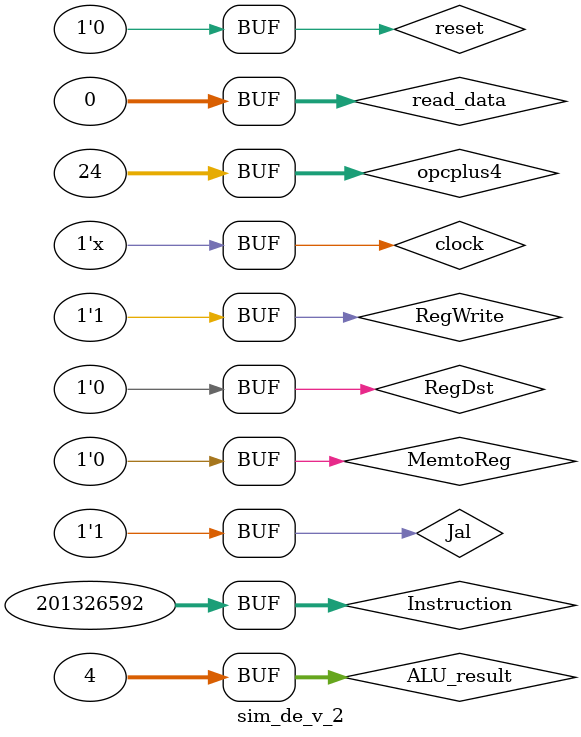
<source format=v>
`timescale 1ns / 1ps


module sim_de_v_2(
    );
    // input 
    reg[31:0]  Instruction = 32'b000000_00010_00011_00111_00000_100000; //add $7,$2,$3
    reg[31:0]  read_data = 32'h00000000;                    //  ´ÓDATA RAM or I/O portÈ¡³öµÄÊý¾Ý
    reg[31:0]  ALU_result = 32'h00000005;                   //  ÐèÒªÀ©Õ¹Á¢¼´Êýµ½32Î»
    reg        Jal = 1'b0; 
    reg        RegWrite = 1'b1;
    reg        MemtoReg = 1'b0;
    reg        RegDst = 1'b1;
    reg         clock = 1'b0 ,reset = 1'b1;
    reg[31:0]  opcplus4 = 32'h00000004;                 // À´×ÔÈ¡Ö¸µ¥Ôª£¬JALÖÐÓÃ
    // output
    wire[31:0] read_data_1;
    wire[31:0] read_data_2;
    wire[31:0] Sign_extend;
    wire [31:0]  rgs_0; wire[31:0] rgs_1; wire [31:0]  rgs_2;  wire [31:0]  rgs_3;  wire[31:0]  rgs_4;  wire [31:0]  rgs_5; wire [31:0]  rgs_6; wire [31:0]  rgs_7; 
       wire [31:0]  rgs_8; wire[31:0] rgs_9; wire [31:0]  rgs_10; wire [31:0]  rgs_11;  wire [31:0]  rgs_12;  wire [31:0]  rgs_13;  wire [31:0]  rgs_14;wire [31:0]  rgs_15; 
        wire [31:0]  rgs_16; wire[31:0] rgs_17; wire [31:0]  rgs_18;  wire [31:0]  rgs_19; wire [31:0]  rgs_20;  wire [31:0]  rgs_21;  wire [31:0]  rgs_22;  wire [31:0]  rgs_23;
        wire [31:0]  rgs_24; wire[31:0] rgs_25; wire [31:0]  rgs_26; wire[31:0]  rgs_27;  wire [31:0]  rgs_28; wire [31:0]  rgs_29; wire [31:0]  rgs_30;  wire [31:0]  rgs_31; 
    Idecoder32_v2 Uid(read_data_1,read_data_2,Instruction,read_data,ALU_result,
                     Jal,RegWrite,MemtoReg,RegDst,Sign_extend,clock,reset, opcplus4,
                     rgs_0, rgs_1, rgs_2, rgs_3, rgs_4, rgs_5, rgs_6, rgs_7, rgs_8, rgs_9, rgs_10,
                     rgs_11, rgs_12, rgs_13, rgs_14, rgs_15, rgs_16, rgs_17, rgs_18, rgs_19, rgs_20, rgs_21,
                     rgs_22, rgs_23, rgs_24, rgs_25, rgs_26, rgs_27, rgs_28, rgs_29, rgs_30, rgs_31);

    initial begin
        #200   reset = 1'b0;
        #200   begin Instruction = 32'b001000_00111_00011_1000000000110111;  //addi $3,$7,0X8037
                    read_data = 32'h00000000; 
                    ALU_result = 32'hFFFF803c;
                    Jal = 1'b0;
                    RegWrite = 1'b1;
                    MemtoReg = 1'b0;
                    RegDst = 1'b0;
                    opcplus4 = 32'h00000008; 
               end
        #200   begin Instruction = 32'b001100_00010_00100_1000000010010111;  //andi $4,$2,0X8097
                           read_data = 32'h00000000; 
                           ALU_result = 32'h00000002;
                           Jal = 1'b0;
                           RegWrite = 1'b1;
                           MemtoReg = 1'b0;
                           RegDst = 1'b0;
                           opcplus4 = 32'h0000000c; 
                end
        #200   begin Instruction = 32'b000000_00000_00001_00101_00010_000000;  //sll $5,$1,2
                                   read_data = 32'h00000000; 
                                   ALU_result = 32'h00000004;
                                   Jal = 1'b0;
                                   RegWrite = 1'b1;
                                   MemtoReg = 1'b0;
                                   RegDst = 1'b1;
                                   opcplus4 = 32'h00000010; 
               end
        #200   begin Instruction = 32'b100011_00000_00110_0000000100000000;  //LW $6,0(0X100)
                                          read_data = 32'h0000007B; 
                                          ALU_result = 32'h00000054;
                                          Jal = 1'b0;
                                          RegWrite = 1'b1;
                                          MemtoReg = 1'b1;
                                          RegDst = 1'b0;
                                          opcplus4 = 32'h00000014; 
               end
        #200   begin Instruction = 32'b000011_00000000000000000000000000;  //JAL 0000
                                          read_data = 32'h00000000; 
                                          ALU_result = 32'h00000004;
                                          Jal = 1'b1;
                                          RegWrite = 1'b1;
                                          MemtoReg = 1'b0;
                                          RegDst = 1'b0;
                                          opcplus4 = 32'h00000018; 
               end
    end 
    always #50 clock = ~clock;  
endmodule

</source>
